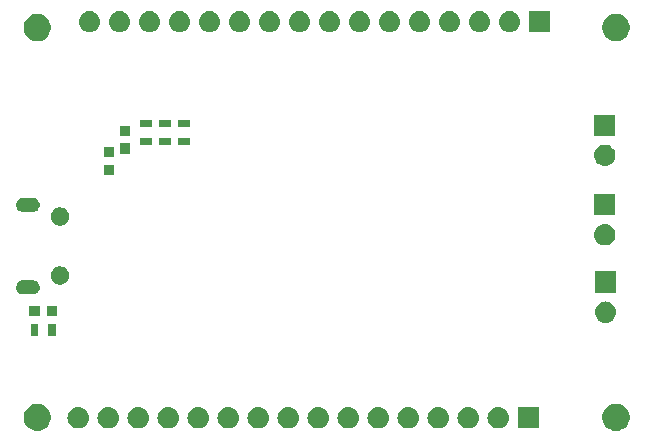
<source format=gbr>
G04 #@! TF.GenerationSoftware,KiCad,Pcbnew,(5.1.4)-1*
G04 #@! TF.CreationDate,2020-08-02T15:41:36-03:00*
G04 #@! TF.ProjectId,esp32_energy_monitor,65737033-325f-4656-9e65-7267795f6d6f,A*
G04 #@! TF.SameCoordinates,PX6d8d2a8PY639eee0*
G04 #@! TF.FileFunction,Soldermask,Bot*
G04 #@! TF.FilePolarity,Negative*
%FSLAX46Y46*%
G04 Gerber Fmt 4.6, Leading zero omitted, Abs format (unit mm)*
G04 Created by KiCad (PCBNEW (5.1.4)-1) date 2020-08-02 15:41:36*
%MOMM*%
%LPD*%
G04 APERTURE LIST*
%ADD10C,0.100000*%
G04 APERTURE END LIST*
D10*
G36*
X51851549Y3588884D02*
G01*
X51962734Y3566768D01*
X52172203Y3480003D01*
X52360720Y3354040D01*
X52521040Y3193720D01*
X52614942Y3053185D01*
X52647004Y3005201D01*
X52733768Y2795733D01*
X52774766Y2589625D01*
X52778000Y2573364D01*
X52778000Y2346636D01*
X52733768Y2124266D01*
X52647003Y1914797D01*
X52521040Y1726280D01*
X52360720Y1565960D01*
X52172203Y1439997D01*
X51962734Y1353232D01*
X51851549Y1331116D01*
X51740365Y1309000D01*
X51513635Y1309000D01*
X51402451Y1331116D01*
X51291266Y1353232D01*
X51081797Y1439997D01*
X50893280Y1565960D01*
X50732960Y1726280D01*
X50606997Y1914797D01*
X50520232Y2124266D01*
X50476000Y2346636D01*
X50476000Y2573364D01*
X50479235Y2589625D01*
X50520232Y2795733D01*
X50606996Y3005201D01*
X50639058Y3053185D01*
X50732960Y3193720D01*
X50893280Y3354040D01*
X51081797Y3480003D01*
X51291266Y3566768D01*
X51402451Y3588884D01*
X51513635Y3611000D01*
X51740365Y3611000D01*
X51851549Y3588884D01*
X51851549Y3588884D01*
G37*
G36*
X2851549Y3588884D02*
G01*
X2962734Y3566768D01*
X3172203Y3480003D01*
X3360720Y3354040D01*
X3521040Y3193720D01*
X3614942Y3053185D01*
X3647004Y3005201D01*
X3733768Y2795733D01*
X3774766Y2589625D01*
X3778000Y2573364D01*
X3778000Y2346636D01*
X3733768Y2124266D01*
X3647003Y1914797D01*
X3521040Y1726280D01*
X3360720Y1565960D01*
X3172203Y1439997D01*
X2962734Y1353232D01*
X2851549Y1331116D01*
X2740365Y1309000D01*
X2513635Y1309000D01*
X2402451Y1331116D01*
X2291266Y1353232D01*
X2081797Y1439997D01*
X1893280Y1565960D01*
X1732960Y1726280D01*
X1606997Y1914797D01*
X1520232Y2124266D01*
X1476000Y2346636D01*
X1476000Y2573364D01*
X1479235Y2589625D01*
X1520232Y2795733D01*
X1606996Y3005201D01*
X1639058Y3053185D01*
X1732960Y3193720D01*
X1893280Y3354040D01*
X2081797Y3480003D01*
X2291266Y3566768D01*
X2402451Y3588884D01*
X2513635Y3611000D01*
X2740365Y3611000D01*
X2851549Y3588884D01*
X2851549Y3588884D01*
G37*
G36*
X6198442Y3307482D02*
G01*
X6264627Y3300963D01*
X6434466Y3249443D01*
X6590991Y3165778D01*
X6626729Y3136448D01*
X6728186Y3053186D01*
X6811448Y2951729D01*
X6840778Y2915991D01*
X6924443Y2759466D01*
X6975963Y2589627D01*
X6993359Y2413000D01*
X6975963Y2236373D01*
X6924443Y2066534D01*
X6840778Y1910009D01*
X6811448Y1874271D01*
X6728186Y1772814D01*
X6626729Y1689552D01*
X6590991Y1660222D01*
X6434466Y1576557D01*
X6264627Y1525037D01*
X6198443Y1518519D01*
X6132260Y1512000D01*
X6043740Y1512000D01*
X5977557Y1518519D01*
X5911373Y1525037D01*
X5741534Y1576557D01*
X5585009Y1660222D01*
X5549271Y1689552D01*
X5447814Y1772814D01*
X5364552Y1874271D01*
X5335222Y1910009D01*
X5251557Y2066534D01*
X5200037Y2236373D01*
X5182641Y2413000D01*
X5200037Y2589627D01*
X5251557Y2759466D01*
X5335222Y2915991D01*
X5364552Y2951729D01*
X5447814Y3053186D01*
X5549271Y3136448D01*
X5585009Y3165778D01*
X5741534Y3249443D01*
X5911373Y3300963D01*
X5977558Y3307482D01*
X6043740Y3314000D01*
X6132260Y3314000D01*
X6198442Y3307482D01*
X6198442Y3307482D01*
G37*
G36*
X45089000Y1512000D02*
G01*
X43287000Y1512000D01*
X43287000Y3314000D01*
X45089000Y3314000D01*
X45089000Y1512000D01*
X45089000Y1512000D01*
G37*
G36*
X41758442Y3307482D02*
G01*
X41824627Y3300963D01*
X41994466Y3249443D01*
X42150991Y3165778D01*
X42186729Y3136448D01*
X42288186Y3053186D01*
X42371448Y2951729D01*
X42400778Y2915991D01*
X42484443Y2759466D01*
X42535963Y2589627D01*
X42553359Y2413000D01*
X42535963Y2236373D01*
X42484443Y2066534D01*
X42400778Y1910009D01*
X42371448Y1874271D01*
X42288186Y1772814D01*
X42186729Y1689552D01*
X42150991Y1660222D01*
X41994466Y1576557D01*
X41824627Y1525037D01*
X41758443Y1518519D01*
X41692260Y1512000D01*
X41603740Y1512000D01*
X41537557Y1518519D01*
X41471373Y1525037D01*
X41301534Y1576557D01*
X41145009Y1660222D01*
X41109271Y1689552D01*
X41007814Y1772814D01*
X40924552Y1874271D01*
X40895222Y1910009D01*
X40811557Y2066534D01*
X40760037Y2236373D01*
X40742641Y2413000D01*
X40760037Y2589627D01*
X40811557Y2759466D01*
X40895222Y2915991D01*
X40924552Y2951729D01*
X41007814Y3053186D01*
X41109271Y3136448D01*
X41145009Y3165778D01*
X41301534Y3249443D01*
X41471373Y3300963D01*
X41537558Y3307482D01*
X41603740Y3314000D01*
X41692260Y3314000D01*
X41758442Y3307482D01*
X41758442Y3307482D01*
G37*
G36*
X39218442Y3307482D02*
G01*
X39284627Y3300963D01*
X39454466Y3249443D01*
X39610991Y3165778D01*
X39646729Y3136448D01*
X39748186Y3053186D01*
X39831448Y2951729D01*
X39860778Y2915991D01*
X39944443Y2759466D01*
X39995963Y2589627D01*
X40013359Y2413000D01*
X39995963Y2236373D01*
X39944443Y2066534D01*
X39860778Y1910009D01*
X39831448Y1874271D01*
X39748186Y1772814D01*
X39646729Y1689552D01*
X39610991Y1660222D01*
X39454466Y1576557D01*
X39284627Y1525037D01*
X39218443Y1518519D01*
X39152260Y1512000D01*
X39063740Y1512000D01*
X38997557Y1518519D01*
X38931373Y1525037D01*
X38761534Y1576557D01*
X38605009Y1660222D01*
X38569271Y1689552D01*
X38467814Y1772814D01*
X38384552Y1874271D01*
X38355222Y1910009D01*
X38271557Y2066534D01*
X38220037Y2236373D01*
X38202641Y2413000D01*
X38220037Y2589627D01*
X38271557Y2759466D01*
X38355222Y2915991D01*
X38384552Y2951729D01*
X38467814Y3053186D01*
X38569271Y3136448D01*
X38605009Y3165778D01*
X38761534Y3249443D01*
X38931373Y3300963D01*
X38997558Y3307482D01*
X39063740Y3314000D01*
X39152260Y3314000D01*
X39218442Y3307482D01*
X39218442Y3307482D01*
G37*
G36*
X34138442Y3307482D02*
G01*
X34204627Y3300963D01*
X34374466Y3249443D01*
X34530991Y3165778D01*
X34566729Y3136448D01*
X34668186Y3053186D01*
X34751448Y2951729D01*
X34780778Y2915991D01*
X34864443Y2759466D01*
X34915963Y2589627D01*
X34933359Y2413000D01*
X34915963Y2236373D01*
X34864443Y2066534D01*
X34780778Y1910009D01*
X34751448Y1874271D01*
X34668186Y1772814D01*
X34566729Y1689552D01*
X34530991Y1660222D01*
X34374466Y1576557D01*
X34204627Y1525037D01*
X34138443Y1518519D01*
X34072260Y1512000D01*
X33983740Y1512000D01*
X33917557Y1518519D01*
X33851373Y1525037D01*
X33681534Y1576557D01*
X33525009Y1660222D01*
X33489271Y1689552D01*
X33387814Y1772814D01*
X33304552Y1874271D01*
X33275222Y1910009D01*
X33191557Y2066534D01*
X33140037Y2236373D01*
X33122641Y2413000D01*
X33140037Y2589627D01*
X33191557Y2759466D01*
X33275222Y2915991D01*
X33304552Y2951729D01*
X33387814Y3053186D01*
X33489271Y3136448D01*
X33525009Y3165778D01*
X33681534Y3249443D01*
X33851373Y3300963D01*
X33917558Y3307482D01*
X33983740Y3314000D01*
X34072260Y3314000D01*
X34138442Y3307482D01*
X34138442Y3307482D01*
G37*
G36*
X31598442Y3307482D02*
G01*
X31664627Y3300963D01*
X31834466Y3249443D01*
X31990991Y3165778D01*
X32026729Y3136448D01*
X32128186Y3053186D01*
X32211448Y2951729D01*
X32240778Y2915991D01*
X32324443Y2759466D01*
X32375963Y2589627D01*
X32393359Y2413000D01*
X32375963Y2236373D01*
X32324443Y2066534D01*
X32240778Y1910009D01*
X32211448Y1874271D01*
X32128186Y1772814D01*
X32026729Y1689552D01*
X31990991Y1660222D01*
X31834466Y1576557D01*
X31664627Y1525037D01*
X31598443Y1518519D01*
X31532260Y1512000D01*
X31443740Y1512000D01*
X31377557Y1518519D01*
X31311373Y1525037D01*
X31141534Y1576557D01*
X30985009Y1660222D01*
X30949271Y1689552D01*
X30847814Y1772814D01*
X30764552Y1874271D01*
X30735222Y1910009D01*
X30651557Y2066534D01*
X30600037Y2236373D01*
X30582641Y2413000D01*
X30600037Y2589627D01*
X30651557Y2759466D01*
X30735222Y2915991D01*
X30764552Y2951729D01*
X30847814Y3053186D01*
X30949271Y3136448D01*
X30985009Y3165778D01*
X31141534Y3249443D01*
X31311373Y3300963D01*
X31377558Y3307482D01*
X31443740Y3314000D01*
X31532260Y3314000D01*
X31598442Y3307482D01*
X31598442Y3307482D01*
G37*
G36*
X36678442Y3307482D02*
G01*
X36744627Y3300963D01*
X36914466Y3249443D01*
X37070991Y3165778D01*
X37106729Y3136448D01*
X37208186Y3053186D01*
X37291448Y2951729D01*
X37320778Y2915991D01*
X37404443Y2759466D01*
X37455963Y2589627D01*
X37473359Y2413000D01*
X37455963Y2236373D01*
X37404443Y2066534D01*
X37320778Y1910009D01*
X37291448Y1874271D01*
X37208186Y1772814D01*
X37106729Y1689552D01*
X37070991Y1660222D01*
X36914466Y1576557D01*
X36744627Y1525037D01*
X36678443Y1518519D01*
X36612260Y1512000D01*
X36523740Y1512000D01*
X36457557Y1518519D01*
X36391373Y1525037D01*
X36221534Y1576557D01*
X36065009Y1660222D01*
X36029271Y1689552D01*
X35927814Y1772814D01*
X35844552Y1874271D01*
X35815222Y1910009D01*
X35731557Y2066534D01*
X35680037Y2236373D01*
X35662641Y2413000D01*
X35680037Y2589627D01*
X35731557Y2759466D01*
X35815222Y2915991D01*
X35844552Y2951729D01*
X35927814Y3053186D01*
X36029271Y3136448D01*
X36065009Y3165778D01*
X36221534Y3249443D01*
X36391373Y3300963D01*
X36457558Y3307482D01*
X36523740Y3314000D01*
X36612260Y3314000D01*
X36678442Y3307482D01*
X36678442Y3307482D01*
G37*
G36*
X26518442Y3307482D02*
G01*
X26584627Y3300963D01*
X26754466Y3249443D01*
X26910991Y3165778D01*
X26946729Y3136448D01*
X27048186Y3053186D01*
X27131448Y2951729D01*
X27160778Y2915991D01*
X27244443Y2759466D01*
X27295963Y2589627D01*
X27313359Y2413000D01*
X27295963Y2236373D01*
X27244443Y2066534D01*
X27160778Y1910009D01*
X27131448Y1874271D01*
X27048186Y1772814D01*
X26946729Y1689552D01*
X26910991Y1660222D01*
X26754466Y1576557D01*
X26584627Y1525037D01*
X26518443Y1518519D01*
X26452260Y1512000D01*
X26363740Y1512000D01*
X26297557Y1518519D01*
X26231373Y1525037D01*
X26061534Y1576557D01*
X25905009Y1660222D01*
X25869271Y1689552D01*
X25767814Y1772814D01*
X25684552Y1874271D01*
X25655222Y1910009D01*
X25571557Y2066534D01*
X25520037Y2236373D01*
X25502641Y2413000D01*
X25520037Y2589627D01*
X25571557Y2759466D01*
X25655222Y2915991D01*
X25684552Y2951729D01*
X25767814Y3053186D01*
X25869271Y3136448D01*
X25905009Y3165778D01*
X26061534Y3249443D01*
X26231373Y3300963D01*
X26297558Y3307482D01*
X26363740Y3314000D01*
X26452260Y3314000D01*
X26518442Y3307482D01*
X26518442Y3307482D01*
G37*
G36*
X21438442Y3307482D02*
G01*
X21504627Y3300963D01*
X21674466Y3249443D01*
X21830991Y3165778D01*
X21866729Y3136448D01*
X21968186Y3053186D01*
X22051448Y2951729D01*
X22080778Y2915991D01*
X22164443Y2759466D01*
X22215963Y2589627D01*
X22233359Y2413000D01*
X22215963Y2236373D01*
X22164443Y2066534D01*
X22080778Y1910009D01*
X22051448Y1874271D01*
X21968186Y1772814D01*
X21866729Y1689552D01*
X21830991Y1660222D01*
X21674466Y1576557D01*
X21504627Y1525037D01*
X21438443Y1518519D01*
X21372260Y1512000D01*
X21283740Y1512000D01*
X21217557Y1518519D01*
X21151373Y1525037D01*
X20981534Y1576557D01*
X20825009Y1660222D01*
X20789271Y1689552D01*
X20687814Y1772814D01*
X20604552Y1874271D01*
X20575222Y1910009D01*
X20491557Y2066534D01*
X20440037Y2236373D01*
X20422641Y2413000D01*
X20440037Y2589627D01*
X20491557Y2759466D01*
X20575222Y2915991D01*
X20604552Y2951729D01*
X20687814Y3053186D01*
X20789271Y3136448D01*
X20825009Y3165778D01*
X20981534Y3249443D01*
X21151373Y3300963D01*
X21217558Y3307482D01*
X21283740Y3314000D01*
X21372260Y3314000D01*
X21438442Y3307482D01*
X21438442Y3307482D01*
G37*
G36*
X18898442Y3307482D02*
G01*
X18964627Y3300963D01*
X19134466Y3249443D01*
X19290991Y3165778D01*
X19326729Y3136448D01*
X19428186Y3053186D01*
X19511448Y2951729D01*
X19540778Y2915991D01*
X19624443Y2759466D01*
X19675963Y2589627D01*
X19693359Y2413000D01*
X19675963Y2236373D01*
X19624443Y2066534D01*
X19540778Y1910009D01*
X19511448Y1874271D01*
X19428186Y1772814D01*
X19326729Y1689552D01*
X19290991Y1660222D01*
X19134466Y1576557D01*
X18964627Y1525037D01*
X18898443Y1518519D01*
X18832260Y1512000D01*
X18743740Y1512000D01*
X18677557Y1518519D01*
X18611373Y1525037D01*
X18441534Y1576557D01*
X18285009Y1660222D01*
X18249271Y1689552D01*
X18147814Y1772814D01*
X18064552Y1874271D01*
X18035222Y1910009D01*
X17951557Y2066534D01*
X17900037Y2236373D01*
X17882641Y2413000D01*
X17900037Y2589627D01*
X17951557Y2759466D01*
X18035222Y2915991D01*
X18064552Y2951729D01*
X18147814Y3053186D01*
X18249271Y3136448D01*
X18285009Y3165778D01*
X18441534Y3249443D01*
X18611373Y3300963D01*
X18677558Y3307482D01*
X18743740Y3314000D01*
X18832260Y3314000D01*
X18898442Y3307482D01*
X18898442Y3307482D01*
G37*
G36*
X16358442Y3307482D02*
G01*
X16424627Y3300963D01*
X16594466Y3249443D01*
X16750991Y3165778D01*
X16786729Y3136448D01*
X16888186Y3053186D01*
X16971448Y2951729D01*
X17000778Y2915991D01*
X17084443Y2759466D01*
X17135963Y2589627D01*
X17153359Y2413000D01*
X17135963Y2236373D01*
X17084443Y2066534D01*
X17000778Y1910009D01*
X16971448Y1874271D01*
X16888186Y1772814D01*
X16786729Y1689552D01*
X16750991Y1660222D01*
X16594466Y1576557D01*
X16424627Y1525037D01*
X16358443Y1518519D01*
X16292260Y1512000D01*
X16203740Y1512000D01*
X16137557Y1518519D01*
X16071373Y1525037D01*
X15901534Y1576557D01*
X15745009Y1660222D01*
X15709271Y1689552D01*
X15607814Y1772814D01*
X15524552Y1874271D01*
X15495222Y1910009D01*
X15411557Y2066534D01*
X15360037Y2236373D01*
X15342641Y2413000D01*
X15360037Y2589627D01*
X15411557Y2759466D01*
X15495222Y2915991D01*
X15524552Y2951729D01*
X15607814Y3053186D01*
X15709271Y3136448D01*
X15745009Y3165778D01*
X15901534Y3249443D01*
X16071373Y3300963D01*
X16137558Y3307482D01*
X16203740Y3314000D01*
X16292260Y3314000D01*
X16358442Y3307482D01*
X16358442Y3307482D01*
G37*
G36*
X13818442Y3307482D02*
G01*
X13884627Y3300963D01*
X14054466Y3249443D01*
X14210991Y3165778D01*
X14246729Y3136448D01*
X14348186Y3053186D01*
X14431448Y2951729D01*
X14460778Y2915991D01*
X14544443Y2759466D01*
X14595963Y2589627D01*
X14613359Y2413000D01*
X14595963Y2236373D01*
X14544443Y2066534D01*
X14460778Y1910009D01*
X14431448Y1874271D01*
X14348186Y1772814D01*
X14246729Y1689552D01*
X14210991Y1660222D01*
X14054466Y1576557D01*
X13884627Y1525037D01*
X13818443Y1518519D01*
X13752260Y1512000D01*
X13663740Y1512000D01*
X13597557Y1518519D01*
X13531373Y1525037D01*
X13361534Y1576557D01*
X13205009Y1660222D01*
X13169271Y1689552D01*
X13067814Y1772814D01*
X12984552Y1874271D01*
X12955222Y1910009D01*
X12871557Y2066534D01*
X12820037Y2236373D01*
X12802641Y2413000D01*
X12820037Y2589627D01*
X12871557Y2759466D01*
X12955222Y2915991D01*
X12984552Y2951729D01*
X13067814Y3053186D01*
X13169271Y3136448D01*
X13205009Y3165778D01*
X13361534Y3249443D01*
X13531373Y3300963D01*
X13597558Y3307482D01*
X13663740Y3314000D01*
X13752260Y3314000D01*
X13818442Y3307482D01*
X13818442Y3307482D01*
G37*
G36*
X11278442Y3307482D02*
G01*
X11344627Y3300963D01*
X11514466Y3249443D01*
X11670991Y3165778D01*
X11706729Y3136448D01*
X11808186Y3053186D01*
X11891448Y2951729D01*
X11920778Y2915991D01*
X12004443Y2759466D01*
X12055963Y2589627D01*
X12073359Y2413000D01*
X12055963Y2236373D01*
X12004443Y2066534D01*
X11920778Y1910009D01*
X11891448Y1874271D01*
X11808186Y1772814D01*
X11706729Y1689552D01*
X11670991Y1660222D01*
X11514466Y1576557D01*
X11344627Y1525037D01*
X11278443Y1518519D01*
X11212260Y1512000D01*
X11123740Y1512000D01*
X11057557Y1518519D01*
X10991373Y1525037D01*
X10821534Y1576557D01*
X10665009Y1660222D01*
X10629271Y1689552D01*
X10527814Y1772814D01*
X10444552Y1874271D01*
X10415222Y1910009D01*
X10331557Y2066534D01*
X10280037Y2236373D01*
X10262641Y2413000D01*
X10280037Y2589627D01*
X10331557Y2759466D01*
X10415222Y2915991D01*
X10444552Y2951729D01*
X10527814Y3053186D01*
X10629271Y3136448D01*
X10665009Y3165778D01*
X10821534Y3249443D01*
X10991373Y3300963D01*
X11057558Y3307482D01*
X11123740Y3314000D01*
X11212260Y3314000D01*
X11278442Y3307482D01*
X11278442Y3307482D01*
G37*
G36*
X8738442Y3307482D02*
G01*
X8804627Y3300963D01*
X8974466Y3249443D01*
X9130991Y3165778D01*
X9166729Y3136448D01*
X9268186Y3053186D01*
X9351448Y2951729D01*
X9380778Y2915991D01*
X9464443Y2759466D01*
X9515963Y2589627D01*
X9533359Y2413000D01*
X9515963Y2236373D01*
X9464443Y2066534D01*
X9380778Y1910009D01*
X9351448Y1874271D01*
X9268186Y1772814D01*
X9166729Y1689552D01*
X9130991Y1660222D01*
X8974466Y1576557D01*
X8804627Y1525037D01*
X8738443Y1518519D01*
X8672260Y1512000D01*
X8583740Y1512000D01*
X8517557Y1518519D01*
X8451373Y1525037D01*
X8281534Y1576557D01*
X8125009Y1660222D01*
X8089271Y1689552D01*
X7987814Y1772814D01*
X7904552Y1874271D01*
X7875222Y1910009D01*
X7791557Y2066534D01*
X7740037Y2236373D01*
X7722641Y2413000D01*
X7740037Y2589627D01*
X7791557Y2759466D01*
X7875222Y2915991D01*
X7904552Y2951729D01*
X7987814Y3053186D01*
X8089271Y3136448D01*
X8125009Y3165778D01*
X8281534Y3249443D01*
X8451373Y3300963D01*
X8517558Y3307482D01*
X8583740Y3314000D01*
X8672260Y3314000D01*
X8738442Y3307482D01*
X8738442Y3307482D01*
G37*
G36*
X29058442Y3307482D02*
G01*
X29124627Y3300963D01*
X29294466Y3249443D01*
X29450991Y3165778D01*
X29486729Y3136448D01*
X29588186Y3053186D01*
X29671448Y2951729D01*
X29700778Y2915991D01*
X29784443Y2759466D01*
X29835963Y2589627D01*
X29853359Y2413000D01*
X29835963Y2236373D01*
X29784443Y2066534D01*
X29700778Y1910009D01*
X29671448Y1874271D01*
X29588186Y1772814D01*
X29486729Y1689552D01*
X29450991Y1660222D01*
X29294466Y1576557D01*
X29124627Y1525037D01*
X29058443Y1518519D01*
X28992260Y1512000D01*
X28903740Y1512000D01*
X28837557Y1518519D01*
X28771373Y1525037D01*
X28601534Y1576557D01*
X28445009Y1660222D01*
X28409271Y1689552D01*
X28307814Y1772814D01*
X28224552Y1874271D01*
X28195222Y1910009D01*
X28111557Y2066534D01*
X28060037Y2236373D01*
X28042641Y2413000D01*
X28060037Y2589627D01*
X28111557Y2759466D01*
X28195222Y2915991D01*
X28224552Y2951729D01*
X28307814Y3053186D01*
X28409271Y3136448D01*
X28445009Y3165778D01*
X28601534Y3249443D01*
X28771373Y3300963D01*
X28837558Y3307482D01*
X28903740Y3314000D01*
X28992260Y3314000D01*
X29058442Y3307482D01*
X29058442Y3307482D01*
G37*
G36*
X23978442Y3307482D02*
G01*
X24044627Y3300963D01*
X24214466Y3249443D01*
X24370991Y3165778D01*
X24406729Y3136448D01*
X24508186Y3053186D01*
X24591448Y2951729D01*
X24620778Y2915991D01*
X24704443Y2759466D01*
X24755963Y2589627D01*
X24773359Y2413000D01*
X24755963Y2236373D01*
X24704443Y2066534D01*
X24620778Y1910009D01*
X24591448Y1874271D01*
X24508186Y1772814D01*
X24406729Y1689552D01*
X24370991Y1660222D01*
X24214466Y1576557D01*
X24044627Y1525037D01*
X23978443Y1518519D01*
X23912260Y1512000D01*
X23823740Y1512000D01*
X23757557Y1518519D01*
X23691373Y1525037D01*
X23521534Y1576557D01*
X23365009Y1660222D01*
X23329271Y1689552D01*
X23227814Y1772814D01*
X23144552Y1874271D01*
X23115222Y1910009D01*
X23031557Y2066534D01*
X22980037Y2236373D01*
X22962641Y2413000D01*
X22980037Y2589627D01*
X23031557Y2759466D01*
X23115222Y2915991D01*
X23144552Y2951729D01*
X23227814Y3053186D01*
X23329271Y3136448D01*
X23365009Y3165778D01*
X23521534Y3249443D01*
X23691373Y3300963D01*
X23757558Y3307482D01*
X23823740Y3314000D01*
X23912260Y3314000D01*
X23978442Y3307482D01*
X23978442Y3307482D01*
G37*
G36*
X2678000Y9359000D02*
G01*
X2076000Y9359000D01*
X2076000Y10361000D01*
X2678000Y10361000D01*
X2678000Y9359000D01*
X2678000Y9359000D01*
G37*
G36*
X4178000Y9359000D02*
G01*
X3576000Y9359000D01*
X3576000Y10361000D01*
X4178000Y10361000D01*
X4178000Y9359000D01*
X4178000Y9359000D01*
G37*
G36*
X50846943Y12260981D02*
G01*
X50913127Y12254463D01*
X51082966Y12202943D01*
X51239491Y12119278D01*
X51275229Y12089948D01*
X51376686Y12006686D01*
X51459948Y11905229D01*
X51489278Y11869491D01*
X51572943Y11712966D01*
X51624463Y11543127D01*
X51641859Y11366500D01*
X51624463Y11189873D01*
X51572943Y11020034D01*
X51489278Y10863509D01*
X51459948Y10827771D01*
X51376686Y10726314D01*
X51275229Y10643052D01*
X51239491Y10613722D01*
X51082966Y10530057D01*
X50913127Y10478537D01*
X50846942Y10472018D01*
X50780760Y10465500D01*
X50692240Y10465500D01*
X50626057Y10472019D01*
X50559873Y10478537D01*
X50390034Y10530057D01*
X50233509Y10613722D01*
X50197771Y10643052D01*
X50096314Y10726314D01*
X50013052Y10827771D01*
X49983722Y10863509D01*
X49900057Y11020034D01*
X49848537Y11189873D01*
X49831141Y11366500D01*
X49848537Y11543127D01*
X49900057Y11712966D01*
X49983722Y11869491D01*
X50013052Y11905229D01*
X50096314Y12006686D01*
X50197771Y12089948D01*
X50233509Y12119278D01*
X50390034Y12202943D01*
X50559873Y12254463D01*
X50626058Y12260982D01*
X50692240Y12267500D01*
X50780760Y12267500D01*
X50846943Y12260981D01*
X50846943Y12260981D01*
G37*
G36*
X4328000Y11034000D02*
G01*
X3426000Y11034000D01*
X3426000Y11886000D01*
X4328000Y11886000D01*
X4328000Y11034000D01*
X4328000Y11034000D01*
G37*
G36*
X2828000Y11034000D02*
G01*
X1926000Y11034000D01*
X1926000Y11886000D01*
X2828000Y11886000D01*
X2828000Y11034000D01*
X2828000Y11034000D01*
G37*
G36*
X2344818Y14052304D02*
G01*
X2458105Y14017938D01*
X2562512Y13962131D01*
X2654027Y13887027D01*
X2729131Y13795512D01*
X2784938Y13691105D01*
X2819304Y13577818D01*
X2830907Y13460000D01*
X2819304Y13342182D01*
X2784938Y13228895D01*
X2729131Y13124488D01*
X2654027Y13032973D01*
X2562512Y12957869D01*
X2458105Y12902062D01*
X2344818Y12867696D01*
X2256519Y12859000D01*
X1397481Y12859000D01*
X1309182Y12867696D01*
X1195895Y12902062D01*
X1091488Y12957869D01*
X999973Y13032973D01*
X924869Y13124488D01*
X869062Y13228895D01*
X834696Y13342182D01*
X823093Y13460000D01*
X834696Y13577818D01*
X869062Y13691105D01*
X924869Y13795512D01*
X999973Y13887027D01*
X1091488Y13962131D01*
X1195895Y14017938D01*
X1309182Y14052304D01*
X1397481Y14061000D01*
X2256519Y14061000D01*
X2344818Y14052304D01*
X2344818Y14052304D01*
G37*
G36*
X51637500Y13005500D02*
G01*
X49835500Y13005500D01*
X49835500Y14807500D01*
X51637500Y14807500D01*
X51637500Y13005500D01*
X51637500Y13005500D01*
G37*
G36*
X4753348Y15206180D02*
G01*
X4753350Y15206179D01*
X4753351Y15206179D01*
X4894574Y15147683D01*
X4894577Y15147681D01*
X5021669Y15062761D01*
X5129761Y14954669D01*
X5214681Y14827577D01*
X5214683Y14827574D01*
X5273179Y14686351D01*
X5303000Y14536429D01*
X5303000Y14383571D01*
X5273179Y14233649D01*
X5214683Y14092426D01*
X5214681Y14092423D01*
X5129761Y13965331D01*
X5021669Y13857239D01*
X4929289Y13795513D01*
X4894574Y13772317D01*
X4753351Y13713821D01*
X4753350Y13713821D01*
X4753348Y13713820D01*
X4603431Y13684000D01*
X4450569Y13684000D01*
X4300652Y13713820D01*
X4300650Y13713821D01*
X4300649Y13713821D01*
X4159426Y13772317D01*
X4124711Y13795513D01*
X4032331Y13857239D01*
X3924239Y13965331D01*
X3839319Y14092423D01*
X3839317Y14092426D01*
X3780821Y14233649D01*
X3751000Y14383571D01*
X3751000Y14536429D01*
X3780821Y14686351D01*
X3839317Y14827574D01*
X3839319Y14827577D01*
X3924239Y14954669D01*
X4032331Y15062761D01*
X4159423Y15147681D01*
X4159426Y15147683D01*
X4300649Y15206179D01*
X4300650Y15206179D01*
X4300652Y15206180D01*
X4450569Y15236000D01*
X4603431Y15236000D01*
X4753348Y15206180D01*
X4753348Y15206180D01*
G37*
G36*
X50783442Y18801482D02*
G01*
X50849627Y18794963D01*
X51019466Y18743443D01*
X51175991Y18659778D01*
X51211729Y18630448D01*
X51313186Y18547186D01*
X51396448Y18445729D01*
X51425778Y18409991D01*
X51509443Y18253466D01*
X51560963Y18083627D01*
X51578359Y17907000D01*
X51560963Y17730373D01*
X51509443Y17560534D01*
X51425778Y17404009D01*
X51396448Y17368271D01*
X51313186Y17266814D01*
X51211729Y17183552D01*
X51175991Y17154222D01*
X51019466Y17070557D01*
X50849627Y17019037D01*
X50783442Y17012518D01*
X50717260Y17006000D01*
X50628740Y17006000D01*
X50562558Y17012518D01*
X50496373Y17019037D01*
X50326534Y17070557D01*
X50170009Y17154222D01*
X50134271Y17183552D01*
X50032814Y17266814D01*
X49949552Y17368271D01*
X49920222Y17404009D01*
X49836557Y17560534D01*
X49785037Y17730373D01*
X49767641Y17907000D01*
X49785037Y18083627D01*
X49836557Y18253466D01*
X49920222Y18409991D01*
X49949552Y18445729D01*
X50032814Y18547186D01*
X50134271Y18630448D01*
X50170009Y18659778D01*
X50326534Y18743443D01*
X50496373Y18794963D01*
X50562558Y18801482D01*
X50628740Y18808000D01*
X50717260Y18808000D01*
X50783442Y18801482D01*
X50783442Y18801482D01*
G37*
G36*
X4753348Y20206180D02*
G01*
X4753350Y20206179D01*
X4753351Y20206179D01*
X4894574Y20147683D01*
X4894577Y20147681D01*
X5021669Y20062761D01*
X5129761Y19954669D01*
X5187874Y19867697D01*
X5214683Y19827574D01*
X5273179Y19686351D01*
X5273180Y19686348D01*
X5303000Y19536431D01*
X5303000Y19383571D01*
X5273179Y19233649D01*
X5214683Y19092426D01*
X5214681Y19092423D01*
X5129761Y18965331D01*
X5021669Y18857239D01*
X4947977Y18808000D01*
X4894574Y18772317D01*
X4753351Y18713821D01*
X4753350Y18713821D01*
X4753348Y18713820D01*
X4603431Y18684000D01*
X4450569Y18684000D01*
X4300652Y18713820D01*
X4300650Y18713821D01*
X4300649Y18713821D01*
X4159426Y18772317D01*
X4106023Y18808000D01*
X4032331Y18857239D01*
X3924239Y18965331D01*
X3839319Y19092423D01*
X3839317Y19092426D01*
X3780821Y19233649D01*
X3751000Y19383571D01*
X3751000Y19536431D01*
X3780820Y19686348D01*
X3780821Y19686351D01*
X3839317Y19827574D01*
X3866126Y19867697D01*
X3924239Y19954669D01*
X4032331Y20062761D01*
X4159423Y20147681D01*
X4159426Y20147683D01*
X4300649Y20206179D01*
X4300650Y20206179D01*
X4300652Y20206180D01*
X4450569Y20236000D01*
X4603431Y20236000D01*
X4753348Y20206180D01*
X4753348Y20206180D01*
G37*
G36*
X51574000Y19546000D02*
G01*
X49772000Y19546000D01*
X49772000Y21348000D01*
X51574000Y21348000D01*
X51574000Y19546000D01*
X51574000Y19546000D01*
G37*
G36*
X2344818Y21052304D02*
G01*
X2458105Y21017938D01*
X2562512Y20962131D01*
X2654027Y20887027D01*
X2729131Y20795512D01*
X2784938Y20691105D01*
X2819304Y20577818D01*
X2830907Y20460000D01*
X2819304Y20342182D01*
X2784938Y20228895D01*
X2729131Y20124488D01*
X2654027Y20032973D01*
X2562512Y19957869D01*
X2458105Y19902062D01*
X2344818Y19867696D01*
X2256519Y19859000D01*
X1397481Y19859000D01*
X1309182Y19867696D01*
X1195895Y19902062D01*
X1091488Y19957869D01*
X999973Y20032973D01*
X924869Y20124488D01*
X869062Y20228895D01*
X834696Y20342182D01*
X823093Y20460000D01*
X834696Y20577818D01*
X869062Y20691105D01*
X924869Y20795512D01*
X999973Y20887027D01*
X1091488Y20962131D01*
X1195895Y21017938D01*
X1309182Y21052304D01*
X1397481Y21061000D01*
X2256519Y21061000D01*
X2344818Y21052304D01*
X2344818Y21052304D01*
G37*
G36*
X9153000Y22959000D02*
G01*
X8301000Y22959000D01*
X8301000Y23861000D01*
X9153000Y23861000D01*
X9153000Y22959000D01*
X9153000Y22959000D01*
G37*
G36*
X50783442Y25532482D02*
G01*
X50849627Y25525963D01*
X51019466Y25474443D01*
X51175991Y25390778D01*
X51211729Y25361448D01*
X51313186Y25278186D01*
X51396448Y25176729D01*
X51425778Y25140991D01*
X51509443Y24984466D01*
X51560963Y24814627D01*
X51578359Y24638000D01*
X51560963Y24461373D01*
X51509443Y24291534D01*
X51425778Y24135009D01*
X51396448Y24099271D01*
X51313186Y23997814D01*
X51211729Y23914552D01*
X51175991Y23885222D01*
X51019466Y23801557D01*
X50849627Y23750037D01*
X50783442Y23743518D01*
X50717260Y23737000D01*
X50628740Y23737000D01*
X50562558Y23743518D01*
X50496373Y23750037D01*
X50326534Y23801557D01*
X50170009Y23885222D01*
X50134271Y23914552D01*
X50032814Y23997814D01*
X49949552Y24099271D01*
X49920222Y24135009D01*
X49836557Y24291534D01*
X49785037Y24461373D01*
X49767641Y24638000D01*
X49785037Y24814627D01*
X49836557Y24984466D01*
X49920222Y25140991D01*
X49949552Y25176729D01*
X50032814Y25278186D01*
X50134271Y25361448D01*
X50170009Y25390778D01*
X50326534Y25474443D01*
X50496373Y25525963D01*
X50562558Y25532482D01*
X50628740Y25539000D01*
X50717260Y25539000D01*
X50783442Y25532482D01*
X50783442Y25532482D01*
G37*
G36*
X9153000Y24459000D02*
G01*
X8301000Y24459000D01*
X8301000Y25361000D01*
X9153000Y25361000D01*
X9153000Y24459000D01*
X9153000Y24459000D01*
G37*
G36*
X10453000Y24759000D02*
G01*
X9601000Y24759000D01*
X9601000Y25661000D01*
X10453000Y25661000D01*
X10453000Y24759000D01*
X10453000Y24759000D01*
G37*
G36*
X12328000Y25509000D02*
G01*
X11326000Y25509000D01*
X11326000Y26111000D01*
X12328000Y26111000D01*
X12328000Y25509000D01*
X12328000Y25509000D01*
G37*
G36*
X13928000Y25509000D02*
G01*
X12926000Y25509000D01*
X12926000Y26111000D01*
X13928000Y26111000D01*
X13928000Y25509000D01*
X13928000Y25509000D01*
G37*
G36*
X15528000Y25509000D02*
G01*
X14526000Y25509000D01*
X14526000Y26111000D01*
X15528000Y26111000D01*
X15528000Y25509000D01*
X15528000Y25509000D01*
G37*
G36*
X10453000Y26259000D02*
G01*
X9601000Y26259000D01*
X9601000Y27161000D01*
X10453000Y27161000D01*
X10453000Y26259000D01*
X10453000Y26259000D01*
G37*
G36*
X51574000Y26277000D02*
G01*
X49772000Y26277000D01*
X49772000Y28079000D01*
X51574000Y28079000D01*
X51574000Y26277000D01*
X51574000Y26277000D01*
G37*
G36*
X15528000Y27009000D02*
G01*
X14526000Y27009000D01*
X14526000Y27611000D01*
X15528000Y27611000D01*
X15528000Y27009000D01*
X15528000Y27009000D01*
G37*
G36*
X12328000Y27009000D02*
G01*
X11326000Y27009000D01*
X11326000Y27611000D01*
X12328000Y27611000D01*
X12328000Y27009000D01*
X12328000Y27009000D01*
G37*
G36*
X13928000Y27009000D02*
G01*
X12926000Y27009000D01*
X12926000Y27611000D01*
X13928000Y27611000D01*
X13928000Y27009000D01*
X13928000Y27009000D01*
G37*
G36*
X51794730Y36600186D02*
G01*
X51962734Y36566768D01*
X52172203Y36480003D01*
X52360720Y36354040D01*
X52521040Y36193720D01*
X52647003Y36005203D01*
X52733768Y35795734D01*
X52778000Y35573364D01*
X52778000Y35346636D01*
X52733768Y35124266D01*
X52647003Y34914797D01*
X52521040Y34726280D01*
X52360720Y34565960D01*
X52172203Y34439997D01*
X51962734Y34353232D01*
X51851549Y34331116D01*
X51740365Y34309000D01*
X51513635Y34309000D01*
X51402451Y34331116D01*
X51291266Y34353232D01*
X51081797Y34439997D01*
X50893280Y34565960D01*
X50732960Y34726280D01*
X50606997Y34914797D01*
X50520232Y35124266D01*
X50476000Y35346636D01*
X50476000Y35573364D01*
X50520232Y35795734D01*
X50606997Y36005203D01*
X50732960Y36193720D01*
X50893280Y36354040D01*
X51081797Y36480003D01*
X51291266Y36566768D01*
X51459270Y36600186D01*
X51513635Y36611000D01*
X51740365Y36611000D01*
X51794730Y36600186D01*
X51794730Y36600186D01*
G37*
G36*
X2794730Y36600186D02*
G01*
X2962734Y36566768D01*
X3172203Y36480003D01*
X3360720Y36354040D01*
X3521040Y36193720D01*
X3647003Y36005203D01*
X3733768Y35795734D01*
X3778000Y35573364D01*
X3778000Y35346636D01*
X3733768Y35124266D01*
X3647003Y34914797D01*
X3521040Y34726280D01*
X3360720Y34565960D01*
X3172203Y34439997D01*
X2962734Y34353232D01*
X2851549Y34331116D01*
X2740365Y34309000D01*
X2513635Y34309000D01*
X2402451Y34331116D01*
X2291266Y34353232D01*
X2081797Y34439997D01*
X1893280Y34565960D01*
X1732960Y34726280D01*
X1606997Y34914797D01*
X1520232Y35124266D01*
X1476000Y35346636D01*
X1476000Y35573364D01*
X1520232Y35795734D01*
X1606997Y36005203D01*
X1732960Y36193720D01*
X1893280Y36354040D01*
X2081797Y36480003D01*
X2291266Y36566768D01*
X2459270Y36600186D01*
X2513635Y36611000D01*
X2740365Y36611000D01*
X2794730Y36600186D01*
X2794730Y36600186D01*
G37*
G36*
X7157442Y36854482D02*
G01*
X7223627Y36847963D01*
X7393466Y36796443D01*
X7549991Y36712778D01*
X7585729Y36683448D01*
X7687186Y36600186D01*
X7770448Y36498729D01*
X7799778Y36462991D01*
X7883443Y36306466D01*
X7934963Y36136627D01*
X7952359Y35960000D01*
X7934963Y35783373D01*
X7883443Y35613534D01*
X7799778Y35457009D01*
X7770448Y35421271D01*
X7687186Y35319814D01*
X7585729Y35236552D01*
X7549991Y35207222D01*
X7549989Y35207221D01*
X7394793Y35124266D01*
X7393466Y35123557D01*
X7223627Y35072037D01*
X7157442Y35065518D01*
X7091260Y35059000D01*
X7002740Y35059000D01*
X6936558Y35065518D01*
X6870373Y35072037D01*
X6700534Y35123557D01*
X6699208Y35124266D01*
X6544011Y35207221D01*
X6544009Y35207222D01*
X6508271Y35236552D01*
X6406814Y35319814D01*
X6323552Y35421271D01*
X6294222Y35457009D01*
X6210557Y35613534D01*
X6159037Y35783373D01*
X6141641Y35960000D01*
X6159037Y36136627D01*
X6210557Y36306466D01*
X6294222Y36462991D01*
X6323552Y36498729D01*
X6406814Y36600186D01*
X6508271Y36683448D01*
X6544009Y36712778D01*
X6700534Y36796443D01*
X6870373Y36847963D01*
X6936558Y36854482D01*
X7002740Y36861000D01*
X7091260Y36861000D01*
X7157442Y36854482D01*
X7157442Y36854482D01*
G37*
G36*
X9697442Y36854482D02*
G01*
X9763627Y36847963D01*
X9933466Y36796443D01*
X10089991Y36712778D01*
X10125729Y36683448D01*
X10227186Y36600186D01*
X10310448Y36498729D01*
X10339778Y36462991D01*
X10423443Y36306466D01*
X10474963Y36136627D01*
X10492359Y35960000D01*
X10474963Y35783373D01*
X10423443Y35613534D01*
X10339778Y35457009D01*
X10310448Y35421271D01*
X10227186Y35319814D01*
X10125729Y35236552D01*
X10089991Y35207222D01*
X10089989Y35207221D01*
X9934793Y35124266D01*
X9933466Y35123557D01*
X9763627Y35072037D01*
X9697442Y35065518D01*
X9631260Y35059000D01*
X9542740Y35059000D01*
X9476558Y35065518D01*
X9410373Y35072037D01*
X9240534Y35123557D01*
X9239208Y35124266D01*
X9084011Y35207221D01*
X9084009Y35207222D01*
X9048271Y35236552D01*
X8946814Y35319814D01*
X8863552Y35421271D01*
X8834222Y35457009D01*
X8750557Y35613534D01*
X8699037Y35783373D01*
X8681641Y35960000D01*
X8699037Y36136627D01*
X8750557Y36306466D01*
X8834222Y36462991D01*
X8863552Y36498729D01*
X8946814Y36600186D01*
X9048271Y36683448D01*
X9084009Y36712778D01*
X9240534Y36796443D01*
X9410373Y36847963D01*
X9476558Y36854482D01*
X9542740Y36861000D01*
X9631260Y36861000D01*
X9697442Y36854482D01*
X9697442Y36854482D01*
G37*
G36*
X12237442Y36854482D02*
G01*
X12303627Y36847963D01*
X12473466Y36796443D01*
X12629991Y36712778D01*
X12665729Y36683448D01*
X12767186Y36600186D01*
X12850448Y36498729D01*
X12879778Y36462991D01*
X12963443Y36306466D01*
X13014963Y36136627D01*
X13032359Y35960000D01*
X13014963Y35783373D01*
X12963443Y35613534D01*
X12879778Y35457009D01*
X12850448Y35421271D01*
X12767186Y35319814D01*
X12665729Y35236552D01*
X12629991Y35207222D01*
X12629989Y35207221D01*
X12474793Y35124266D01*
X12473466Y35123557D01*
X12303627Y35072037D01*
X12237442Y35065518D01*
X12171260Y35059000D01*
X12082740Y35059000D01*
X12016558Y35065518D01*
X11950373Y35072037D01*
X11780534Y35123557D01*
X11779208Y35124266D01*
X11624011Y35207221D01*
X11624009Y35207222D01*
X11588271Y35236552D01*
X11486814Y35319814D01*
X11403552Y35421271D01*
X11374222Y35457009D01*
X11290557Y35613534D01*
X11239037Y35783373D01*
X11221641Y35960000D01*
X11239037Y36136627D01*
X11290557Y36306466D01*
X11374222Y36462991D01*
X11403552Y36498729D01*
X11486814Y36600186D01*
X11588271Y36683448D01*
X11624009Y36712778D01*
X11780534Y36796443D01*
X11950373Y36847963D01*
X12016558Y36854482D01*
X12082740Y36861000D01*
X12171260Y36861000D01*
X12237442Y36854482D01*
X12237442Y36854482D01*
G37*
G36*
X14777442Y36854482D02*
G01*
X14843627Y36847963D01*
X15013466Y36796443D01*
X15169991Y36712778D01*
X15205729Y36683448D01*
X15307186Y36600186D01*
X15390448Y36498729D01*
X15419778Y36462991D01*
X15503443Y36306466D01*
X15554963Y36136627D01*
X15572359Y35960000D01*
X15554963Y35783373D01*
X15503443Y35613534D01*
X15419778Y35457009D01*
X15390448Y35421271D01*
X15307186Y35319814D01*
X15205729Y35236552D01*
X15169991Y35207222D01*
X15169989Y35207221D01*
X15014793Y35124266D01*
X15013466Y35123557D01*
X14843627Y35072037D01*
X14777442Y35065518D01*
X14711260Y35059000D01*
X14622740Y35059000D01*
X14556558Y35065518D01*
X14490373Y35072037D01*
X14320534Y35123557D01*
X14319208Y35124266D01*
X14164011Y35207221D01*
X14164009Y35207222D01*
X14128271Y35236552D01*
X14026814Y35319814D01*
X13943552Y35421271D01*
X13914222Y35457009D01*
X13830557Y35613534D01*
X13779037Y35783373D01*
X13761641Y35960000D01*
X13779037Y36136627D01*
X13830557Y36306466D01*
X13914222Y36462991D01*
X13943552Y36498729D01*
X14026814Y36600186D01*
X14128271Y36683448D01*
X14164009Y36712778D01*
X14320534Y36796443D01*
X14490373Y36847963D01*
X14556558Y36854482D01*
X14622740Y36861000D01*
X14711260Y36861000D01*
X14777442Y36854482D01*
X14777442Y36854482D01*
G37*
G36*
X17317442Y36854482D02*
G01*
X17383627Y36847963D01*
X17553466Y36796443D01*
X17709991Y36712778D01*
X17745729Y36683448D01*
X17847186Y36600186D01*
X17930448Y36498729D01*
X17959778Y36462991D01*
X18043443Y36306466D01*
X18094963Y36136627D01*
X18112359Y35960000D01*
X18094963Y35783373D01*
X18043443Y35613534D01*
X17959778Y35457009D01*
X17930448Y35421271D01*
X17847186Y35319814D01*
X17745729Y35236552D01*
X17709991Y35207222D01*
X17709989Y35207221D01*
X17554793Y35124266D01*
X17553466Y35123557D01*
X17383627Y35072037D01*
X17317442Y35065518D01*
X17251260Y35059000D01*
X17162740Y35059000D01*
X17096558Y35065518D01*
X17030373Y35072037D01*
X16860534Y35123557D01*
X16859208Y35124266D01*
X16704011Y35207221D01*
X16704009Y35207222D01*
X16668271Y35236552D01*
X16566814Y35319814D01*
X16483552Y35421271D01*
X16454222Y35457009D01*
X16370557Y35613534D01*
X16319037Y35783373D01*
X16301641Y35960000D01*
X16319037Y36136627D01*
X16370557Y36306466D01*
X16454222Y36462991D01*
X16483552Y36498729D01*
X16566814Y36600186D01*
X16668271Y36683448D01*
X16704009Y36712778D01*
X16860534Y36796443D01*
X17030373Y36847963D01*
X17096558Y36854482D01*
X17162740Y36861000D01*
X17251260Y36861000D01*
X17317442Y36854482D01*
X17317442Y36854482D01*
G37*
G36*
X24937442Y36854482D02*
G01*
X25003627Y36847963D01*
X25173466Y36796443D01*
X25329991Y36712778D01*
X25365729Y36683448D01*
X25467186Y36600186D01*
X25550448Y36498729D01*
X25579778Y36462991D01*
X25663443Y36306466D01*
X25714963Y36136627D01*
X25732359Y35960000D01*
X25714963Y35783373D01*
X25663443Y35613534D01*
X25579778Y35457009D01*
X25550448Y35421271D01*
X25467186Y35319814D01*
X25365729Y35236552D01*
X25329991Y35207222D01*
X25329989Y35207221D01*
X25174793Y35124266D01*
X25173466Y35123557D01*
X25003627Y35072037D01*
X24937442Y35065518D01*
X24871260Y35059000D01*
X24782740Y35059000D01*
X24716558Y35065518D01*
X24650373Y35072037D01*
X24480534Y35123557D01*
X24479208Y35124266D01*
X24324011Y35207221D01*
X24324009Y35207222D01*
X24288271Y35236552D01*
X24186814Y35319814D01*
X24103552Y35421271D01*
X24074222Y35457009D01*
X23990557Y35613534D01*
X23939037Y35783373D01*
X23921641Y35960000D01*
X23939037Y36136627D01*
X23990557Y36306466D01*
X24074222Y36462991D01*
X24103552Y36498729D01*
X24186814Y36600186D01*
X24288271Y36683448D01*
X24324009Y36712778D01*
X24480534Y36796443D01*
X24650373Y36847963D01*
X24716558Y36854482D01*
X24782740Y36861000D01*
X24871260Y36861000D01*
X24937442Y36854482D01*
X24937442Y36854482D01*
G37*
G36*
X22397442Y36854482D02*
G01*
X22463627Y36847963D01*
X22633466Y36796443D01*
X22789991Y36712778D01*
X22825729Y36683448D01*
X22927186Y36600186D01*
X23010448Y36498729D01*
X23039778Y36462991D01*
X23123443Y36306466D01*
X23174963Y36136627D01*
X23192359Y35960000D01*
X23174963Y35783373D01*
X23123443Y35613534D01*
X23039778Y35457009D01*
X23010448Y35421271D01*
X22927186Y35319814D01*
X22825729Y35236552D01*
X22789991Y35207222D01*
X22789989Y35207221D01*
X22634793Y35124266D01*
X22633466Y35123557D01*
X22463627Y35072037D01*
X22397442Y35065518D01*
X22331260Y35059000D01*
X22242740Y35059000D01*
X22176558Y35065518D01*
X22110373Y35072037D01*
X21940534Y35123557D01*
X21939208Y35124266D01*
X21784011Y35207221D01*
X21784009Y35207222D01*
X21748271Y35236552D01*
X21646814Y35319814D01*
X21563552Y35421271D01*
X21534222Y35457009D01*
X21450557Y35613534D01*
X21399037Y35783373D01*
X21381641Y35960000D01*
X21399037Y36136627D01*
X21450557Y36306466D01*
X21534222Y36462991D01*
X21563552Y36498729D01*
X21646814Y36600186D01*
X21748271Y36683448D01*
X21784009Y36712778D01*
X21940534Y36796443D01*
X22110373Y36847963D01*
X22176558Y36854482D01*
X22242740Y36861000D01*
X22331260Y36861000D01*
X22397442Y36854482D01*
X22397442Y36854482D01*
G37*
G36*
X19857442Y36854482D02*
G01*
X19923627Y36847963D01*
X20093466Y36796443D01*
X20249991Y36712778D01*
X20285729Y36683448D01*
X20387186Y36600186D01*
X20470448Y36498729D01*
X20499778Y36462991D01*
X20583443Y36306466D01*
X20634963Y36136627D01*
X20652359Y35960000D01*
X20634963Y35783373D01*
X20583443Y35613534D01*
X20499778Y35457009D01*
X20470448Y35421271D01*
X20387186Y35319814D01*
X20285729Y35236552D01*
X20249991Y35207222D01*
X20249989Y35207221D01*
X20094793Y35124266D01*
X20093466Y35123557D01*
X19923627Y35072037D01*
X19857442Y35065518D01*
X19791260Y35059000D01*
X19702740Y35059000D01*
X19636558Y35065518D01*
X19570373Y35072037D01*
X19400534Y35123557D01*
X19399208Y35124266D01*
X19244011Y35207221D01*
X19244009Y35207222D01*
X19208271Y35236552D01*
X19106814Y35319814D01*
X19023552Y35421271D01*
X18994222Y35457009D01*
X18910557Y35613534D01*
X18859037Y35783373D01*
X18841641Y35960000D01*
X18859037Y36136627D01*
X18910557Y36306466D01*
X18994222Y36462991D01*
X19023552Y36498729D01*
X19106814Y36600186D01*
X19208271Y36683448D01*
X19244009Y36712778D01*
X19400534Y36796443D01*
X19570373Y36847963D01*
X19636558Y36854482D01*
X19702740Y36861000D01*
X19791260Y36861000D01*
X19857442Y36854482D01*
X19857442Y36854482D01*
G37*
G36*
X46048000Y35059000D02*
G01*
X44246000Y35059000D01*
X44246000Y36861000D01*
X46048000Y36861000D01*
X46048000Y35059000D01*
X46048000Y35059000D01*
G37*
G36*
X42717442Y36854482D02*
G01*
X42783627Y36847963D01*
X42953466Y36796443D01*
X43109991Y36712778D01*
X43145729Y36683448D01*
X43247186Y36600186D01*
X43330448Y36498729D01*
X43359778Y36462991D01*
X43443443Y36306466D01*
X43494963Y36136627D01*
X43512359Y35960000D01*
X43494963Y35783373D01*
X43443443Y35613534D01*
X43359778Y35457009D01*
X43330448Y35421271D01*
X43247186Y35319814D01*
X43145729Y35236552D01*
X43109991Y35207222D01*
X43109989Y35207221D01*
X42954793Y35124266D01*
X42953466Y35123557D01*
X42783627Y35072037D01*
X42717442Y35065518D01*
X42651260Y35059000D01*
X42562740Y35059000D01*
X42496558Y35065518D01*
X42430373Y35072037D01*
X42260534Y35123557D01*
X42259208Y35124266D01*
X42104011Y35207221D01*
X42104009Y35207222D01*
X42068271Y35236552D01*
X41966814Y35319814D01*
X41883552Y35421271D01*
X41854222Y35457009D01*
X41770557Y35613534D01*
X41719037Y35783373D01*
X41701641Y35960000D01*
X41719037Y36136627D01*
X41770557Y36306466D01*
X41854222Y36462991D01*
X41883552Y36498729D01*
X41966814Y36600186D01*
X42068271Y36683448D01*
X42104009Y36712778D01*
X42260534Y36796443D01*
X42430373Y36847963D01*
X42496558Y36854482D01*
X42562740Y36861000D01*
X42651260Y36861000D01*
X42717442Y36854482D01*
X42717442Y36854482D01*
G37*
G36*
X40177442Y36854482D02*
G01*
X40243627Y36847963D01*
X40413466Y36796443D01*
X40569991Y36712778D01*
X40605729Y36683448D01*
X40707186Y36600186D01*
X40790448Y36498729D01*
X40819778Y36462991D01*
X40903443Y36306466D01*
X40954963Y36136627D01*
X40972359Y35960000D01*
X40954963Y35783373D01*
X40903443Y35613534D01*
X40819778Y35457009D01*
X40790448Y35421271D01*
X40707186Y35319814D01*
X40605729Y35236552D01*
X40569991Y35207222D01*
X40569989Y35207221D01*
X40414793Y35124266D01*
X40413466Y35123557D01*
X40243627Y35072037D01*
X40177442Y35065518D01*
X40111260Y35059000D01*
X40022740Y35059000D01*
X39956558Y35065518D01*
X39890373Y35072037D01*
X39720534Y35123557D01*
X39719208Y35124266D01*
X39564011Y35207221D01*
X39564009Y35207222D01*
X39528271Y35236552D01*
X39426814Y35319814D01*
X39343552Y35421271D01*
X39314222Y35457009D01*
X39230557Y35613534D01*
X39179037Y35783373D01*
X39161641Y35960000D01*
X39179037Y36136627D01*
X39230557Y36306466D01*
X39314222Y36462991D01*
X39343552Y36498729D01*
X39426814Y36600186D01*
X39528271Y36683448D01*
X39564009Y36712778D01*
X39720534Y36796443D01*
X39890373Y36847963D01*
X39956558Y36854482D01*
X40022740Y36861000D01*
X40111260Y36861000D01*
X40177442Y36854482D01*
X40177442Y36854482D01*
G37*
G36*
X35097442Y36854482D02*
G01*
X35163627Y36847963D01*
X35333466Y36796443D01*
X35489991Y36712778D01*
X35525729Y36683448D01*
X35627186Y36600186D01*
X35710448Y36498729D01*
X35739778Y36462991D01*
X35823443Y36306466D01*
X35874963Y36136627D01*
X35892359Y35960000D01*
X35874963Y35783373D01*
X35823443Y35613534D01*
X35739778Y35457009D01*
X35710448Y35421271D01*
X35627186Y35319814D01*
X35525729Y35236552D01*
X35489991Y35207222D01*
X35489989Y35207221D01*
X35334793Y35124266D01*
X35333466Y35123557D01*
X35163627Y35072037D01*
X35097442Y35065518D01*
X35031260Y35059000D01*
X34942740Y35059000D01*
X34876558Y35065518D01*
X34810373Y35072037D01*
X34640534Y35123557D01*
X34639208Y35124266D01*
X34484011Y35207221D01*
X34484009Y35207222D01*
X34448271Y35236552D01*
X34346814Y35319814D01*
X34263552Y35421271D01*
X34234222Y35457009D01*
X34150557Y35613534D01*
X34099037Y35783373D01*
X34081641Y35960000D01*
X34099037Y36136627D01*
X34150557Y36306466D01*
X34234222Y36462991D01*
X34263552Y36498729D01*
X34346814Y36600186D01*
X34448271Y36683448D01*
X34484009Y36712778D01*
X34640534Y36796443D01*
X34810373Y36847963D01*
X34876558Y36854482D01*
X34942740Y36861000D01*
X35031260Y36861000D01*
X35097442Y36854482D01*
X35097442Y36854482D01*
G37*
G36*
X32557442Y36854482D02*
G01*
X32623627Y36847963D01*
X32793466Y36796443D01*
X32949991Y36712778D01*
X32985729Y36683448D01*
X33087186Y36600186D01*
X33170448Y36498729D01*
X33199778Y36462991D01*
X33283443Y36306466D01*
X33334963Y36136627D01*
X33352359Y35960000D01*
X33334963Y35783373D01*
X33283443Y35613534D01*
X33199778Y35457009D01*
X33170448Y35421271D01*
X33087186Y35319814D01*
X32985729Y35236552D01*
X32949991Y35207222D01*
X32949989Y35207221D01*
X32794793Y35124266D01*
X32793466Y35123557D01*
X32623627Y35072037D01*
X32557442Y35065518D01*
X32491260Y35059000D01*
X32402740Y35059000D01*
X32336558Y35065518D01*
X32270373Y35072037D01*
X32100534Y35123557D01*
X32099208Y35124266D01*
X31944011Y35207221D01*
X31944009Y35207222D01*
X31908271Y35236552D01*
X31806814Y35319814D01*
X31723552Y35421271D01*
X31694222Y35457009D01*
X31610557Y35613534D01*
X31559037Y35783373D01*
X31541641Y35960000D01*
X31559037Y36136627D01*
X31610557Y36306466D01*
X31694222Y36462991D01*
X31723552Y36498729D01*
X31806814Y36600186D01*
X31908271Y36683448D01*
X31944009Y36712778D01*
X32100534Y36796443D01*
X32270373Y36847963D01*
X32336558Y36854482D01*
X32402740Y36861000D01*
X32491260Y36861000D01*
X32557442Y36854482D01*
X32557442Y36854482D01*
G37*
G36*
X30017442Y36854482D02*
G01*
X30083627Y36847963D01*
X30253466Y36796443D01*
X30409991Y36712778D01*
X30445729Y36683448D01*
X30547186Y36600186D01*
X30630448Y36498729D01*
X30659778Y36462991D01*
X30743443Y36306466D01*
X30794963Y36136627D01*
X30812359Y35960000D01*
X30794963Y35783373D01*
X30743443Y35613534D01*
X30659778Y35457009D01*
X30630448Y35421271D01*
X30547186Y35319814D01*
X30445729Y35236552D01*
X30409991Y35207222D01*
X30409989Y35207221D01*
X30254793Y35124266D01*
X30253466Y35123557D01*
X30083627Y35072037D01*
X30017442Y35065518D01*
X29951260Y35059000D01*
X29862740Y35059000D01*
X29796558Y35065518D01*
X29730373Y35072037D01*
X29560534Y35123557D01*
X29559208Y35124266D01*
X29404011Y35207221D01*
X29404009Y35207222D01*
X29368271Y35236552D01*
X29266814Y35319814D01*
X29183552Y35421271D01*
X29154222Y35457009D01*
X29070557Y35613534D01*
X29019037Y35783373D01*
X29001641Y35960000D01*
X29019037Y36136627D01*
X29070557Y36306466D01*
X29154222Y36462991D01*
X29183552Y36498729D01*
X29266814Y36600186D01*
X29368271Y36683448D01*
X29404009Y36712778D01*
X29560534Y36796443D01*
X29730373Y36847963D01*
X29796558Y36854482D01*
X29862740Y36861000D01*
X29951260Y36861000D01*
X30017442Y36854482D01*
X30017442Y36854482D01*
G37*
G36*
X37637442Y36854482D02*
G01*
X37703627Y36847963D01*
X37873466Y36796443D01*
X38029991Y36712778D01*
X38065729Y36683448D01*
X38167186Y36600186D01*
X38250448Y36498729D01*
X38279778Y36462991D01*
X38363443Y36306466D01*
X38414963Y36136627D01*
X38432359Y35960000D01*
X38414963Y35783373D01*
X38363443Y35613534D01*
X38279778Y35457009D01*
X38250448Y35421271D01*
X38167186Y35319814D01*
X38065729Y35236552D01*
X38029991Y35207222D01*
X38029989Y35207221D01*
X37874793Y35124266D01*
X37873466Y35123557D01*
X37703627Y35072037D01*
X37637442Y35065518D01*
X37571260Y35059000D01*
X37482740Y35059000D01*
X37416558Y35065518D01*
X37350373Y35072037D01*
X37180534Y35123557D01*
X37179208Y35124266D01*
X37024011Y35207221D01*
X37024009Y35207222D01*
X36988271Y35236552D01*
X36886814Y35319814D01*
X36803552Y35421271D01*
X36774222Y35457009D01*
X36690557Y35613534D01*
X36639037Y35783373D01*
X36621641Y35960000D01*
X36639037Y36136627D01*
X36690557Y36306466D01*
X36774222Y36462991D01*
X36803552Y36498729D01*
X36886814Y36600186D01*
X36988271Y36683448D01*
X37024009Y36712778D01*
X37180534Y36796443D01*
X37350373Y36847963D01*
X37416558Y36854482D01*
X37482740Y36861000D01*
X37571260Y36861000D01*
X37637442Y36854482D01*
X37637442Y36854482D01*
G37*
G36*
X27477442Y36854482D02*
G01*
X27543627Y36847963D01*
X27713466Y36796443D01*
X27869991Y36712778D01*
X27905729Y36683448D01*
X28007186Y36600186D01*
X28090448Y36498729D01*
X28119778Y36462991D01*
X28203443Y36306466D01*
X28254963Y36136627D01*
X28272359Y35960000D01*
X28254963Y35783373D01*
X28203443Y35613534D01*
X28119778Y35457009D01*
X28090448Y35421271D01*
X28007186Y35319814D01*
X27905729Y35236552D01*
X27869991Y35207222D01*
X27869989Y35207221D01*
X27714793Y35124266D01*
X27713466Y35123557D01*
X27543627Y35072037D01*
X27477442Y35065518D01*
X27411260Y35059000D01*
X27322740Y35059000D01*
X27256558Y35065518D01*
X27190373Y35072037D01*
X27020534Y35123557D01*
X27019208Y35124266D01*
X26864011Y35207221D01*
X26864009Y35207222D01*
X26828271Y35236552D01*
X26726814Y35319814D01*
X26643552Y35421271D01*
X26614222Y35457009D01*
X26530557Y35613534D01*
X26479037Y35783373D01*
X26461641Y35960000D01*
X26479037Y36136627D01*
X26530557Y36306466D01*
X26614222Y36462991D01*
X26643552Y36498729D01*
X26726814Y36600186D01*
X26828271Y36683448D01*
X26864009Y36712778D01*
X27020534Y36796443D01*
X27190373Y36847963D01*
X27256558Y36854482D01*
X27322740Y36861000D01*
X27411260Y36861000D01*
X27477442Y36854482D01*
X27477442Y36854482D01*
G37*
M02*

</source>
